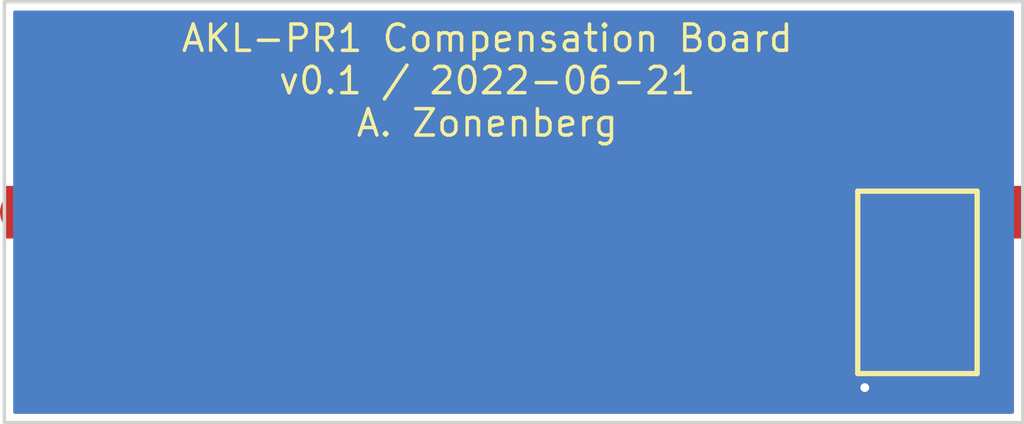
<source format=kicad_pcb>
(kicad_pcb (version 20211014) (generator pcbnew)
  (layers (0 "F.Cu" signal) (31 "B.Cu" signal) (34 "B.Paste" user) (35 "F.Paste" user) (36 "B.SilkS" user "B.Silkscreen") (37 "F.SilkS" user "F.Silkscreen") (38 "B.Mask" user) (39 "F.Mask" user) (44 "Edge.Cuts" user))
  (net 0 "")
  (net 1 "/SIG")
  (net 2 "Net-(C1-Pad2)")
  (net 3 "/GND")
  (footprint "azonenberg_pcb:CAP_TRIM_KNOWLES_JZ" (layer "F.Cu") (at 91 63 -90)
    (fp_text reference "C1" hide)
    (fp_text value "JZ300" hide)
    (fp_line (start -2.6 -1.7) (end -2.6 1.7) (layer "F.SilkS") (width 0.15))
    (fp_line (start 2.6 1.7) (end 2.6 -1.7) (layer "F.SilkS") (width 0.15))
    (fp_line (start 2.6 -1.7) (end -2.6 -1.7) (layer "F.SilkS") (width 0.15))
    (fp_line (start -2.6 1.7) (end 2.6 1.7) (layer "F.SilkS") (width 0.15))
    (pad "1" smd rect (at -1.95 0 270) (size 0.9 1.4) (layers "F.Cu" "F.Paste" "F.Mask") (net 1 "/SIG"))
    (pad "2" smd rect (at 1.95 0 270) (size 0.9 1.4) (layers "F.Cu" "F.Paste" "F.Mask") (net 2 "Net-(C1-Pad2)"))
  )
  (footprint "azonenberg_pcb:TESTPOINT_BARETRACE_328UM" (layer "F.Cu") (at 93.5 61 90)
    (fp_text reference "J2" hide)
    (fp_text value "BNC" hide)
    (pad "1" smd rect locked (at 0 0 90) (size 1.5 1) (layers "F.Cu" "F.Mask") (net 1 "/SIG"))
  )
  (footprint "azonenberg_pcb:EIA_0402_RES_NOSILK" (layer "F.Cu") (at 90.5 66 180)
    (fp_text reference "R1" hide)
    (fp_text value "68" hide)
    (pad "1" smd rect (at -0.5 0 180) (size 0.5 0.5) (layers "F.Cu" "F.Paste" "F.Mask") (net 2 "Net-(C1-Pad2)"))
    (pad "2" smd rect (at 0.5 0 180) (size 0.5 0.5) (layers "F.Cu" "F.Paste" "F.Mask") (net 3 "/GND"))
  )
  (footprint "azonenberg_pcb:TESTPOINT_BARETRACE_328UM" (layer "F.Cu") (at 65.5 61 90)
    (fp_text reference "J1" hide)
    (fp_text value "BNC" hide)
    (pad "1" smd rect locked (at 0 0 90) (size 1.5 1) (layers "F.Cu" "F.Mask") (net 1 "/SIG"))
  )
  (gr_line (start 65 67) (end 94 67) (layer "Edge.Cuts") (width 0.1))
  (gr_line (start 94 67) (end 94 55) (layer "Edge.Cuts") (width 0.1))
  (gr_line (start 65 55) (end 65 67) (layer "Edge.Cuts") (width 0.1))
  (gr_line (start 94 55) (end 65 55) (layer "Edge.Cuts") (width 0.1))
  (gr_text "AKL-PR1 Compensation Board\nv0.1 / 2022-06-21\nA. Zonenberg" (at 78.75 57.25) (layer "F.SilkS") (effects (font (size 0.75 0.75) (thickness 0.1))))
  (segment (start 65.5 61) (end 66.5 61) (width 1.25) (layer "F.Cu") (net 1))
  (segment (start 93.5 61) (end 91.05 61) (width 0.5) (layer "F.Cu") (net 1))
  (segment (start 91 61.05) (end 89.55 61.05) (width 0.5) (layer "F.Cu") (net 1))
  (segment (start 89.55 61.05) (end 89.5 61) (width 0.5) (layer "F.Cu") (net 1))
  (segment (start 66.5 61) (end 89 61) (width 1.35) (layer "F.Cu") (net 1))
  (segment (start 91.05 61) (end 91 61.05) (width 0.5) (layer "F.Cu") (net 1))
  (segment (start 91 64.95) (end 91 66) (width 0.5) (layer "F.Cu") (net 2))
  (segment (start 90 66) (end 89.5 66) (width 0.5) (layer "F.Cu") (net 3))
  (via (at 89.5 66) (size 0.5) (drill 0.25) (layers "F.Cu" "B.Cu") (net 3))
  (zone (net 3) (net_name "/GND") (layer "B.Cu") (connect_pads (clearance 0.1)) (min_thickness 0.1) (fill yes (thermal_gap 0.508) (thermal_bridge_width 0.508))
    (polygon (pts (xy 93.75 66.75) (xy 65.25 66.75) (xy 65.25 55.25) (xy 93.75 55.25)))
  )
)
</source>
